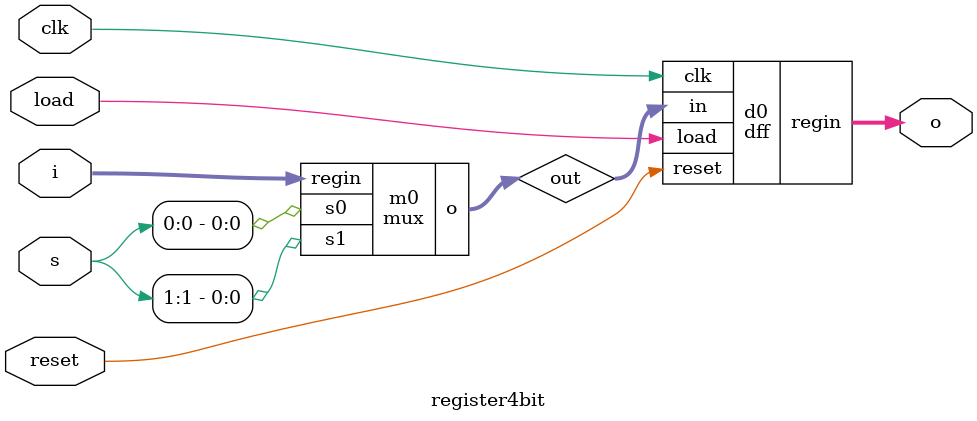
<source format=v>
module mux41(input wire i0,i1,i2,i3,input wire s1,s0,output wire o);
wire t0,t1;

mux21 mux2_0 (i0,i1,s1,t0);
mux21 mux2_1 (i2,i3,s1,t1);
mux21 mux2_2 (t0,t1,s0,o);
endmodule

module dff(input wire clk,reset,load,input wire [3:0] in,output wire [3:0] regin);

dfrl df0(clk,reset,load,in[0],regin[0]);
dfrl df1(clk,reset,load,in[1],regin[1]);
dfrl df2(clk,reset,load,in[2],regin[2]);
dfrl df3(clk,reset,load,in[3],regin[3]);
endmodule

module mux(input wire [3:0] regin,input wire s0,s1,output wire [3:0] o);
wire [3:0] inv;

assign inv[0] = !regin[0];
assign inv[1] = !regin[1];
assign inv[2] = !regin[2];
assign inv[3] = !regin[3];

mux41 mux0(regin[0],inv[0],regin[1],1'b0,s0,s1,o[0]);
mux41 mux1(regin[1],inv[1],regin[2],regin[0],s0,s1,o[1]);
mux41 mux2(regin[2],inv[2],regin[3],regin[1],s0,s1,o[2]);
mux41 mux3(regin[3],inv[3],1'b0,regin[2],s0,s1,o[3]);	
endmodule

module register4bit(input wire clk, reset, load, input wire [3:0] i, input wire [1:0] s, output wire [3:0] o);
wire [3:0] out;

mux m0(i, s[0], s[1], out);
dff d0(clk, reset, load, out, o); 	
endmodule
</source>
